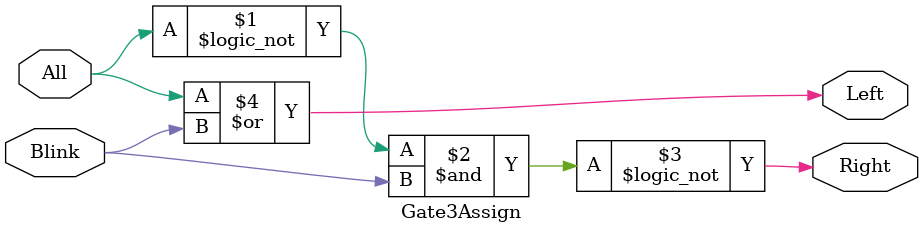
<source format=v>
`timescale 1ns / 1ps		//simulation time unit is 1ns and resolution is 1ps

module Gate3Assign (All, Blink, Right, Left);
input All, Blink;
output Right, Left;

	assign Right = !(!All&Blink);
	assign Left = All | Blink;
endmodule

</source>
